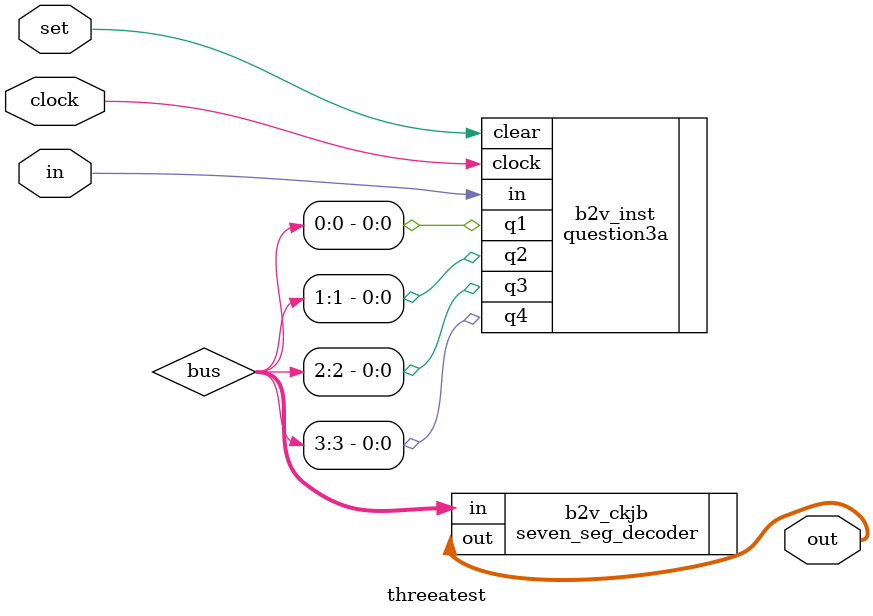
<source format=v>


module threeatest(
	in,
	clock,
	set,
	out
);


input wire	in;
input wire	clock;
input wire	set;
output wire	[6:0] out;

wire	[3:0] bus;





seven_seg_decoder	b2v_ckjb(
	.in(bus),
	.out(out));


question3a	b2v_inst(
	.in(in),
	.clock(clock),
	.clear(set),
	.q1(bus[0]),
	.q3(bus[2]),
	.q4(bus[3]),
	.q2(bus[1]));


endmodule

</source>
